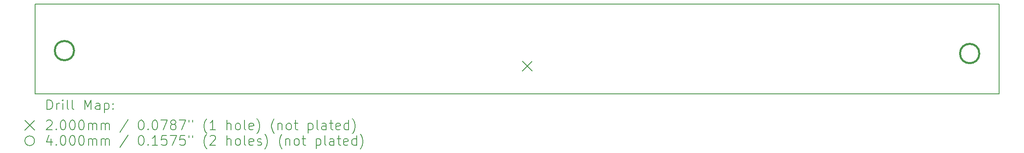
<source format=gbr>
%TF.GenerationSoftware,KiCad,Pcbnew,7.0.10*%
%TF.CreationDate,2024-03-05T14:44:36-05:00*%
%TF.ProjectId,Hall_effect_sensors,48616c6c-5f65-4666-9665-63745f73656e,rev?*%
%TF.SameCoordinates,Original*%
%TF.FileFunction,Drillmap*%
%TF.FilePolarity,Positive*%
%FSLAX45Y45*%
G04 Gerber Fmt 4.5, Leading zero omitted, Abs format (unit mm)*
G04 Created by KiCad (PCBNEW 7.0.10) date 2024-03-05 14:44:36*
%MOMM*%
%LPD*%
G01*
G04 APERTURE LIST*
%ADD10C,0.200000*%
%ADD11C,0.400000*%
G04 APERTURE END LIST*
D10*
X3980000Y-7560000D02*
X23982540Y-7560000D01*
X23982540Y-9431000D01*
X3980000Y-9431000D01*
X3980000Y-7560000D01*
X14093000Y-8753000D02*
X14293000Y-8953000D01*
X14293000Y-8753000D02*
X14093000Y-8953000D01*
D11*
X4790000Y-8530000D02*
G75*
G03*
X4390000Y-8530000I-200000J0D01*
G01*
X4390000Y-8530000D02*
G75*
G03*
X4790000Y-8530000I200000J0D01*
G01*
X23570000Y-8590000D02*
G75*
G03*
X23170000Y-8590000I-200000J0D01*
G01*
X23170000Y-8590000D02*
G75*
G03*
X23570000Y-8590000I200000J0D01*
G01*
D10*
X4230777Y-9752484D02*
X4230777Y-9552484D01*
X4230777Y-9552484D02*
X4278396Y-9552484D01*
X4278396Y-9552484D02*
X4306967Y-9562008D01*
X4306967Y-9562008D02*
X4326015Y-9581055D01*
X4326015Y-9581055D02*
X4335539Y-9600103D01*
X4335539Y-9600103D02*
X4345063Y-9638198D01*
X4345063Y-9638198D02*
X4345063Y-9666770D01*
X4345063Y-9666770D02*
X4335539Y-9704865D01*
X4335539Y-9704865D02*
X4326015Y-9723912D01*
X4326015Y-9723912D02*
X4306967Y-9742960D01*
X4306967Y-9742960D02*
X4278396Y-9752484D01*
X4278396Y-9752484D02*
X4230777Y-9752484D01*
X4430777Y-9752484D02*
X4430777Y-9619150D01*
X4430777Y-9657246D02*
X4440301Y-9638198D01*
X4440301Y-9638198D02*
X4449824Y-9628674D01*
X4449824Y-9628674D02*
X4468872Y-9619150D01*
X4468872Y-9619150D02*
X4487920Y-9619150D01*
X4554586Y-9752484D02*
X4554586Y-9619150D01*
X4554586Y-9552484D02*
X4545063Y-9562008D01*
X4545063Y-9562008D02*
X4554586Y-9571531D01*
X4554586Y-9571531D02*
X4564110Y-9562008D01*
X4564110Y-9562008D02*
X4554586Y-9552484D01*
X4554586Y-9552484D02*
X4554586Y-9571531D01*
X4678396Y-9752484D02*
X4659348Y-9742960D01*
X4659348Y-9742960D02*
X4649824Y-9723912D01*
X4649824Y-9723912D02*
X4649824Y-9552484D01*
X4783158Y-9752484D02*
X4764110Y-9742960D01*
X4764110Y-9742960D02*
X4754586Y-9723912D01*
X4754586Y-9723912D02*
X4754586Y-9552484D01*
X5011729Y-9752484D02*
X5011729Y-9552484D01*
X5011729Y-9552484D02*
X5078396Y-9695341D01*
X5078396Y-9695341D02*
X5145063Y-9552484D01*
X5145063Y-9552484D02*
X5145063Y-9752484D01*
X5326015Y-9752484D02*
X5326015Y-9647722D01*
X5326015Y-9647722D02*
X5316491Y-9628674D01*
X5316491Y-9628674D02*
X5297444Y-9619150D01*
X5297444Y-9619150D02*
X5259348Y-9619150D01*
X5259348Y-9619150D02*
X5240301Y-9628674D01*
X5326015Y-9742960D02*
X5306967Y-9752484D01*
X5306967Y-9752484D02*
X5259348Y-9752484D01*
X5259348Y-9752484D02*
X5240301Y-9742960D01*
X5240301Y-9742960D02*
X5230777Y-9723912D01*
X5230777Y-9723912D02*
X5230777Y-9704865D01*
X5230777Y-9704865D02*
X5240301Y-9685817D01*
X5240301Y-9685817D02*
X5259348Y-9676293D01*
X5259348Y-9676293D02*
X5306967Y-9676293D01*
X5306967Y-9676293D02*
X5326015Y-9666770D01*
X5421253Y-9619150D02*
X5421253Y-9819150D01*
X5421253Y-9628674D02*
X5440301Y-9619150D01*
X5440301Y-9619150D02*
X5478396Y-9619150D01*
X5478396Y-9619150D02*
X5497444Y-9628674D01*
X5497444Y-9628674D02*
X5506967Y-9638198D01*
X5506967Y-9638198D02*
X5516491Y-9657246D01*
X5516491Y-9657246D02*
X5516491Y-9714389D01*
X5516491Y-9714389D02*
X5506967Y-9733436D01*
X5506967Y-9733436D02*
X5497444Y-9742960D01*
X5497444Y-9742960D02*
X5478396Y-9752484D01*
X5478396Y-9752484D02*
X5440301Y-9752484D01*
X5440301Y-9752484D02*
X5421253Y-9742960D01*
X5602205Y-9733436D02*
X5611729Y-9742960D01*
X5611729Y-9742960D02*
X5602205Y-9752484D01*
X5602205Y-9752484D02*
X5592682Y-9742960D01*
X5592682Y-9742960D02*
X5602205Y-9733436D01*
X5602205Y-9733436D02*
X5602205Y-9752484D01*
X5602205Y-9628674D02*
X5611729Y-9638198D01*
X5611729Y-9638198D02*
X5602205Y-9647722D01*
X5602205Y-9647722D02*
X5592682Y-9638198D01*
X5592682Y-9638198D02*
X5602205Y-9628674D01*
X5602205Y-9628674D02*
X5602205Y-9647722D01*
X3770000Y-9981000D02*
X3970000Y-10181000D01*
X3970000Y-9981000D02*
X3770000Y-10181000D01*
X4221253Y-9991531D02*
X4230777Y-9982008D01*
X4230777Y-9982008D02*
X4249824Y-9972484D01*
X4249824Y-9972484D02*
X4297444Y-9972484D01*
X4297444Y-9972484D02*
X4316491Y-9982008D01*
X4316491Y-9982008D02*
X4326015Y-9991531D01*
X4326015Y-9991531D02*
X4335539Y-10010579D01*
X4335539Y-10010579D02*
X4335539Y-10029627D01*
X4335539Y-10029627D02*
X4326015Y-10058198D01*
X4326015Y-10058198D02*
X4211729Y-10172484D01*
X4211729Y-10172484D02*
X4335539Y-10172484D01*
X4421253Y-10153436D02*
X4430777Y-10162960D01*
X4430777Y-10162960D02*
X4421253Y-10172484D01*
X4421253Y-10172484D02*
X4411729Y-10162960D01*
X4411729Y-10162960D02*
X4421253Y-10153436D01*
X4421253Y-10153436D02*
X4421253Y-10172484D01*
X4554586Y-9972484D02*
X4573634Y-9972484D01*
X4573634Y-9972484D02*
X4592682Y-9982008D01*
X4592682Y-9982008D02*
X4602205Y-9991531D01*
X4602205Y-9991531D02*
X4611729Y-10010579D01*
X4611729Y-10010579D02*
X4621253Y-10048674D01*
X4621253Y-10048674D02*
X4621253Y-10096293D01*
X4621253Y-10096293D02*
X4611729Y-10134389D01*
X4611729Y-10134389D02*
X4602205Y-10153436D01*
X4602205Y-10153436D02*
X4592682Y-10162960D01*
X4592682Y-10162960D02*
X4573634Y-10172484D01*
X4573634Y-10172484D02*
X4554586Y-10172484D01*
X4554586Y-10172484D02*
X4535539Y-10162960D01*
X4535539Y-10162960D02*
X4526015Y-10153436D01*
X4526015Y-10153436D02*
X4516491Y-10134389D01*
X4516491Y-10134389D02*
X4506967Y-10096293D01*
X4506967Y-10096293D02*
X4506967Y-10048674D01*
X4506967Y-10048674D02*
X4516491Y-10010579D01*
X4516491Y-10010579D02*
X4526015Y-9991531D01*
X4526015Y-9991531D02*
X4535539Y-9982008D01*
X4535539Y-9982008D02*
X4554586Y-9972484D01*
X4745063Y-9972484D02*
X4764110Y-9972484D01*
X4764110Y-9972484D02*
X4783158Y-9982008D01*
X4783158Y-9982008D02*
X4792682Y-9991531D01*
X4792682Y-9991531D02*
X4802205Y-10010579D01*
X4802205Y-10010579D02*
X4811729Y-10048674D01*
X4811729Y-10048674D02*
X4811729Y-10096293D01*
X4811729Y-10096293D02*
X4802205Y-10134389D01*
X4802205Y-10134389D02*
X4792682Y-10153436D01*
X4792682Y-10153436D02*
X4783158Y-10162960D01*
X4783158Y-10162960D02*
X4764110Y-10172484D01*
X4764110Y-10172484D02*
X4745063Y-10172484D01*
X4745063Y-10172484D02*
X4726015Y-10162960D01*
X4726015Y-10162960D02*
X4716491Y-10153436D01*
X4716491Y-10153436D02*
X4706967Y-10134389D01*
X4706967Y-10134389D02*
X4697444Y-10096293D01*
X4697444Y-10096293D02*
X4697444Y-10048674D01*
X4697444Y-10048674D02*
X4706967Y-10010579D01*
X4706967Y-10010579D02*
X4716491Y-9991531D01*
X4716491Y-9991531D02*
X4726015Y-9982008D01*
X4726015Y-9982008D02*
X4745063Y-9972484D01*
X4935539Y-9972484D02*
X4954586Y-9972484D01*
X4954586Y-9972484D02*
X4973634Y-9982008D01*
X4973634Y-9982008D02*
X4983158Y-9991531D01*
X4983158Y-9991531D02*
X4992682Y-10010579D01*
X4992682Y-10010579D02*
X5002205Y-10048674D01*
X5002205Y-10048674D02*
X5002205Y-10096293D01*
X5002205Y-10096293D02*
X4992682Y-10134389D01*
X4992682Y-10134389D02*
X4983158Y-10153436D01*
X4983158Y-10153436D02*
X4973634Y-10162960D01*
X4973634Y-10162960D02*
X4954586Y-10172484D01*
X4954586Y-10172484D02*
X4935539Y-10172484D01*
X4935539Y-10172484D02*
X4916491Y-10162960D01*
X4916491Y-10162960D02*
X4906967Y-10153436D01*
X4906967Y-10153436D02*
X4897444Y-10134389D01*
X4897444Y-10134389D02*
X4887920Y-10096293D01*
X4887920Y-10096293D02*
X4887920Y-10048674D01*
X4887920Y-10048674D02*
X4897444Y-10010579D01*
X4897444Y-10010579D02*
X4906967Y-9991531D01*
X4906967Y-9991531D02*
X4916491Y-9982008D01*
X4916491Y-9982008D02*
X4935539Y-9972484D01*
X5087920Y-10172484D02*
X5087920Y-10039150D01*
X5087920Y-10058198D02*
X5097444Y-10048674D01*
X5097444Y-10048674D02*
X5116491Y-10039150D01*
X5116491Y-10039150D02*
X5145063Y-10039150D01*
X5145063Y-10039150D02*
X5164110Y-10048674D01*
X5164110Y-10048674D02*
X5173634Y-10067722D01*
X5173634Y-10067722D02*
X5173634Y-10172484D01*
X5173634Y-10067722D02*
X5183158Y-10048674D01*
X5183158Y-10048674D02*
X5202205Y-10039150D01*
X5202205Y-10039150D02*
X5230777Y-10039150D01*
X5230777Y-10039150D02*
X5249825Y-10048674D01*
X5249825Y-10048674D02*
X5259348Y-10067722D01*
X5259348Y-10067722D02*
X5259348Y-10172484D01*
X5354586Y-10172484D02*
X5354586Y-10039150D01*
X5354586Y-10058198D02*
X5364110Y-10048674D01*
X5364110Y-10048674D02*
X5383158Y-10039150D01*
X5383158Y-10039150D02*
X5411729Y-10039150D01*
X5411729Y-10039150D02*
X5430777Y-10048674D01*
X5430777Y-10048674D02*
X5440301Y-10067722D01*
X5440301Y-10067722D02*
X5440301Y-10172484D01*
X5440301Y-10067722D02*
X5449825Y-10048674D01*
X5449825Y-10048674D02*
X5468872Y-10039150D01*
X5468872Y-10039150D02*
X5497444Y-10039150D01*
X5497444Y-10039150D02*
X5516491Y-10048674D01*
X5516491Y-10048674D02*
X5526015Y-10067722D01*
X5526015Y-10067722D02*
X5526015Y-10172484D01*
X5916491Y-9962960D02*
X5745063Y-10220103D01*
X6173634Y-9972484D02*
X6192682Y-9972484D01*
X6192682Y-9972484D02*
X6211729Y-9982008D01*
X6211729Y-9982008D02*
X6221253Y-9991531D01*
X6221253Y-9991531D02*
X6230777Y-10010579D01*
X6230777Y-10010579D02*
X6240301Y-10048674D01*
X6240301Y-10048674D02*
X6240301Y-10096293D01*
X6240301Y-10096293D02*
X6230777Y-10134389D01*
X6230777Y-10134389D02*
X6221253Y-10153436D01*
X6221253Y-10153436D02*
X6211729Y-10162960D01*
X6211729Y-10162960D02*
X6192682Y-10172484D01*
X6192682Y-10172484D02*
X6173634Y-10172484D01*
X6173634Y-10172484D02*
X6154586Y-10162960D01*
X6154586Y-10162960D02*
X6145063Y-10153436D01*
X6145063Y-10153436D02*
X6135539Y-10134389D01*
X6135539Y-10134389D02*
X6126015Y-10096293D01*
X6126015Y-10096293D02*
X6126015Y-10048674D01*
X6126015Y-10048674D02*
X6135539Y-10010579D01*
X6135539Y-10010579D02*
X6145063Y-9991531D01*
X6145063Y-9991531D02*
X6154586Y-9982008D01*
X6154586Y-9982008D02*
X6173634Y-9972484D01*
X6326015Y-10153436D02*
X6335539Y-10162960D01*
X6335539Y-10162960D02*
X6326015Y-10172484D01*
X6326015Y-10172484D02*
X6316491Y-10162960D01*
X6316491Y-10162960D02*
X6326015Y-10153436D01*
X6326015Y-10153436D02*
X6326015Y-10172484D01*
X6459348Y-9972484D02*
X6478396Y-9972484D01*
X6478396Y-9972484D02*
X6497444Y-9982008D01*
X6497444Y-9982008D02*
X6506967Y-9991531D01*
X6506967Y-9991531D02*
X6516491Y-10010579D01*
X6516491Y-10010579D02*
X6526015Y-10048674D01*
X6526015Y-10048674D02*
X6526015Y-10096293D01*
X6526015Y-10096293D02*
X6516491Y-10134389D01*
X6516491Y-10134389D02*
X6506967Y-10153436D01*
X6506967Y-10153436D02*
X6497444Y-10162960D01*
X6497444Y-10162960D02*
X6478396Y-10172484D01*
X6478396Y-10172484D02*
X6459348Y-10172484D01*
X6459348Y-10172484D02*
X6440301Y-10162960D01*
X6440301Y-10162960D02*
X6430777Y-10153436D01*
X6430777Y-10153436D02*
X6421253Y-10134389D01*
X6421253Y-10134389D02*
X6411729Y-10096293D01*
X6411729Y-10096293D02*
X6411729Y-10048674D01*
X6411729Y-10048674D02*
X6421253Y-10010579D01*
X6421253Y-10010579D02*
X6430777Y-9991531D01*
X6430777Y-9991531D02*
X6440301Y-9982008D01*
X6440301Y-9982008D02*
X6459348Y-9972484D01*
X6592682Y-9972484D02*
X6726015Y-9972484D01*
X6726015Y-9972484D02*
X6640301Y-10172484D01*
X6830777Y-10058198D02*
X6811729Y-10048674D01*
X6811729Y-10048674D02*
X6802206Y-10039150D01*
X6802206Y-10039150D02*
X6792682Y-10020103D01*
X6792682Y-10020103D02*
X6792682Y-10010579D01*
X6792682Y-10010579D02*
X6802206Y-9991531D01*
X6802206Y-9991531D02*
X6811729Y-9982008D01*
X6811729Y-9982008D02*
X6830777Y-9972484D01*
X6830777Y-9972484D02*
X6868872Y-9972484D01*
X6868872Y-9972484D02*
X6887920Y-9982008D01*
X6887920Y-9982008D02*
X6897444Y-9991531D01*
X6897444Y-9991531D02*
X6906967Y-10010579D01*
X6906967Y-10010579D02*
X6906967Y-10020103D01*
X6906967Y-10020103D02*
X6897444Y-10039150D01*
X6897444Y-10039150D02*
X6887920Y-10048674D01*
X6887920Y-10048674D02*
X6868872Y-10058198D01*
X6868872Y-10058198D02*
X6830777Y-10058198D01*
X6830777Y-10058198D02*
X6811729Y-10067722D01*
X6811729Y-10067722D02*
X6802206Y-10077246D01*
X6802206Y-10077246D02*
X6792682Y-10096293D01*
X6792682Y-10096293D02*
X6792682Y-10134389D01*
X6792682Y-10134389D02*
X6802206Y-10153436D01*
X6802206Y-10153436D02*
X6811729Y-10162960D01*
X6811729Y-10162960D02*
X6830777Y-10172484D01*
X6830777Y-10172484D02*
X6868872Y-10172484D01*
X6868872Y-10172484D02*
X6887920Y-10162960D01*
X6887920Y-10162960D02*
X6897444Y-10153436D01*
X6897444Y-10153436D02*
X6906967Y-10134389D01*
X6906967Y-10134389D02*
X6906967Y-10096293D01*
X6906967Y-10096293D02*
X6897444Y-10077246D01*
X6897444Y-10077246D02*
X6887920Y-10067722D01*
X6887920Y-10067722D02*
X6868872Y-10058198D01*
X6973634Y-9972484D02*
X7106967Y-9972484D01*
X7106967Y-9972484D02*
X7021253Y-10172484D01*
X7173634Y-9972484D02*
X7173634Y-10010579D01*
X7249825Y-9972484D02*
X7249825Y-10010579D01*
X7545063Y-10248674D02*
X7535539Y-10239150D01*
X7535539Y-10239150D02*
X7516491Y-10210579D01*
X7516491Y-10210579D02*
X7506968Y-10191531D01*
X7506968Y-10191531D02*
X7497444Y-10162960D01*
X7497444Y-10162960D02*
X7487920Y-10115341D01*
X7487920Y-10115341D02*
X7487920Y-10077246D01*
X7487920Y-10077246D02*
X7497444Y-10029627D01*
X7497444Y-10029627D02*
X7506968Y-10001055D01*
X7506968Y-10001055D02*
X7516491Y-9982008D01*
X7516491Y-9982008D02*
X7535539Y-9953436D01*
X7535539Y-9953436D02*
X7545063Y-9943912D01*
X7726015Y-10172484D02*
X7611729Y-10172484D01*
X7668872Y-10172484D02*
X7668872Y-9972484D01*
X7668872Y-9972484D02*
X7649825Y-10001055D01*
X7649825Y-10001055D02*
X7630777Y-10020103D01*
X7630777Y-10020103D02*
X7611729Y-10029627D01*
X7964110Y-10172484D02*
X7964110Y-9972484D01*
X8049825Y-10172484D02*
X8049825Y-10067722D01*
X8049825Y-10067722D02*
X8040301Y-10048674D01*
X8040301Y-10048674D02*
X8021253Y-10039150D01*
X8021253Y-10039150D02*
X7992682Y-10039150D01*
X7992682Y-10039150D02*
X7973634Y-10048674D01*
X7973634Y-10048674D02*
X7964110Y-10058198D01*
X8173634Y-10172484D02*
X8154587Y-10162960D01*
X8154587Y-10162960D02*
X8145063Y-10153436D01*
X8145063Y-10153436D02*
X8135539Y-10134389D01*
X8135539Y-10134389D02*
X8135539Y-10077246D01*
X8135539Y-10077246D02*
X8145063Y-10058198D01*
X8145063Y-10058198D02*
X8154587Y-10048674D01*
X8154587Y-10048674D02*
X8173634Y-10039150D01*
X8173634Y-10039150D02*
X8202206Y-10039150D01*
X8202206Y-10039150D02*
X8221253Y-10048674D01*
X8221253Y-10048674D02*
X8230777Y-10058198D01*
X8230777Y-10058198D02*
X8240301Y-10077246D01*
X8240301Y-10077246D02*
X8240301Y-10134389D01*
X8240301Y-10134389D02*
X8230777Y-10153436D01*
X8230777Y-10153436D02*
X8221253Y-10162960D01*
X8221253Y-10162960D02*
X8202206Y-10172484D01*
X8202206Y-10172484D02*
X8173634Y-10172484D01*
X8354587Y-10172484D02*
X8335539Y-10162960D01*
X8335539Y-10162960D02*
X8326015Y-10143912D01*
X8326015Y-10143912D02*
X8326015Y-9972484D01*
X8506968Y-10162960D02*
X8487920Y-10172484D01*
X8487920Y-10172484D02*
X8449825Y-10172484D01*
X8449825Y-10172484D02*
X8430777Y-10162960D01*
X8430777Y-10162960D02*
X8421253Y-10143912D01*
X8421253Y-10143912D02*
X8421253Y-10067722D01*
X8421253Y-10067722D02*
X8430777Y-10048674D01*
X8430777Y-10048674D02*
X8449825Y-10039150D01*
X8449825Y-10039150D02*
X8487920Y-10039150D01*
X8487920Y-10039150D02*
X8506968Y-10048674D01*
X8506968Y-10048674D02*
X8516492Y-10067722D01*
X8516492Y-10067722D02*
X8516492Y-10086770D01*
X8516492Y-10086770D02*
X8421253Y-10105817D01*
X8583158Y-10248674D02*
X8592682Y-10239150D01*
X8592682Y-10239150D02*
X8611730Y-10210579D01*
X8611730Y-10210579D02*
X8621253Y-10191531D01*
X8621253Y-10191531D02*
X8630777Y-10162960D01*
X8630777Y-10162960D02*
X8640301Y-10115341D01*
X8640301Y-10115341D02*
X8640301Y-10077246D01*
X8640301Y-10077246D02*
X8630777Y-10029627D01*
X8630777Y-10029627D02*
X8621253Y-10001055D01*
X8621253Y-10001055D02*
X8611730Y-9982008D01*
X8611730Y-9982008D02*
X8592682Y-9953436D01*
X8592682Y-9953436D02*
X8583158Y-9943912D01*
X8945063Y-10248674D02*
X8935539Y-10239150D01*
X8935539Y-10239150D02*
X8916492Y-10210579D01*
X8916492Y-10210579D02*
X8906968Y-10191531D01*
X8906968Y-10191531D02*
X8897444Y-10162960D01*
X8897444Y-10162960D02*
X8887920Y-10115341D01*
X8887920Y-10115341D02*
X8887920Y-10077246D01*
X8887920Y-10077246D02*
X8897444Y-10029627D01*
X8897444Y-10029627D02*
X8906968Y-10001055D01*
X8906968Y-10001055D02*
X8916492Y-9982008D01*
X8916492Y-9982008D02*
X8935539Y-9953436D01*
X8935539Y-9953436D02*
X8945063Y-9943912D01*
X9021253Y-10039150D02*
X9021253Y-10172484D01*
X9021253Y-10058198D02*
X9030777Y-10048674D01*
X9030777Y-10048674D02*
X9049825Y-10039150D01*
X9049825Y-10039150D02*
X9078396Y-10039150D01*
X9078396Y-10039150D02*
X9097444Y-10048674D01*
X9097444Y-10048674D02*
X9106968Y-10067722D01*
X9106968Y-10067722D02*
X9106968Y-10172484D01*
X9230777Y-10172484D02*
X9211730Y-10162960D01*
X9211730Y-10162960D02*
X9202206Y-10153436D01*
X9202206Y-10153436D02*
X9192682Y-10134389D01*
X9192682Y-10134389D02*
X9192682Y-10077246D01*
X9192682Y-10077246D02*
X9202206Y-10058198D01*
X9202206Y-10058198D02*
X9211730Y-10048674D01*
X9211730Y-10048674D02*
X9230777Y-10039150D01*
X9230777Y-10039150D02*
X9259349Y-10039150D01*
X9259349Y-10039150D02*
X9278396Y-10048674D01*
X9278396Y-10048674D02*
X9287920Y-10058198D01*
X9287920Y-10058198D02*
X9297444Y-10077246D01*
X9297444Y-10077246D02*
X9297444Y-10134389D01*
X9297444Y-10134389D02*
X9287920Y-10153436D01*
X9287920Y-10153436D02*
X9278396Y-10162960D01*
X9278396Y-10162960D02*
X9259349Y-10172484D01*
X9259349Y-10172484D02*
X9230777Y-10172484D01*
X9354587Y-10039150D02*
X9430777Y-10039150D01*
X9383158Y-9972484D02*
X9383158Y-10143912D01*
X9383158Y-10143912D02*
X9392682Y-10162960D01*
X9392682Y-10162960D02*
X9411730Y-10172484D01*
X9411730Y-10172484D02*
X9430777Y-10172484D01*
X9649825Y-10039150D02*
X9649825Y-10239150D01*
X9649825Y-10048674D02*
X9668873Y-10039150D01*
X9668873Y-10039150D02*
X9706968Y-10039150D01*
X9706968Y-10039150D02*
X9726015Y-10048674D01*
X9726015Y-10048674D02*
X9735539Y-10058198D01*
X9735539Y-10058198D02*
X9745063Y-10077246D01*
X9745063Y-10077246D02*
X9745063Y-10134389D01*
X9745063Y-10134389D02*
X9735539Y-10153436D01*
X9735539Y-10153436D02*
X9726015Y-10162960D01*
X9726015Y-10162960D02*
X9706968Y-10172484D01*
X9706968Y-10172484D02*
X9668873Y-10172484D01*
X9668873Y-10172484D02*
X9649825Y-10162960D01*
X9859349Y-10172484D02*
X9840301Y-10162960D01*
X9840301Y-10162960D02*
X9830777Y-10143912D01*
X9830777Y-10143912D02*
X9830777Y-9972484D01*
X10021254Y-10172484D02*
X10021254Y-10067722D01*
X10021254Y-10067722D02*
X10011730Y-10048674D01*
X10011730Y-10048674D02*
X9992682Y-10039150D01*
X9992682Y-10039150D02*
X9954587Y-10039150D01*
X9954587Y-10039150D02*
X9935539Y-10048674D01*
X10021254Y-10162960D02*
X10002206Y-10172484D01*
X10002206Y-10172484D02*
X9954587Y-10172484D01*
X9954587Y-10172484D02*
X9935539Y-10162960D01*
X9935539Y-10162960D02*
X9926015Y-10143912D01*
X9926015Y-10143912D02*
X9926015Y-10124865D01*
X9926015Y-10124865D02*
X9935539Y-10105817D01*
X9935539Y-10105817D02*
X9954587Y-10096293D01*
X9954587Y-10096293D02*
X10002206Y-10096293D01*
X10002206Y-10096293D02*
X10021254Y-10086770D01*
X10087920Y-10039150D02*
X10164111Y-10039150D01*
X10116492Y-9972484D02*
X10116492Y-10143912D01*
X10116492Y-10143912D02*
X10126015Y-10162960D01*
X10126015Y-10162960D02*
X10145063Y-10172484D01*
X10145063Y-10172484D02*
X10164111Y-10172484D01*
X10306968Y-10162960D02*
X10287920Y-10172484D01*
X10287920Y-10172484D02*
X10249825Y-10172484D01*
X10249825Y-10172484D02*
X10230777Y-10162960D01*
X10230777Y-10162960D02*
X10221254Y-10143912D01*
X10221254Y-10143912D02*
X10221254Y-10067722D01*
X10221254Y-10067722D02*
X10230777Y-10048674D01*
X10230777Y-10048674D02*
X10249825Y-10039150D01*
X10249825Y-10039150D02*
X10287920Y-10039150D01*
X10287920Y-10039150D02*
X10306968Y-10048674D01*
X10306968Y-10048674D02*
X10316492Y-10067722D01*
X10316492Y-10067722D02*
X10316492Y-10086770D01*
X10316492Y-10086770D02*
X10221254Y-10105817D01*
X10487920Y-10172484D02*
X10487920Y-9972484D01*
X10487920Y-10162960D02*
X10468873Y-10172484D01*
X10468873Y-10172484D02*
X10430777Y-10172484D01*
X10430777Y-10172484D02*
X10411730Y-10162960D01*
X10411730Y-10162960D02*
X10402206Y-10153436D01*
X10402206Y-10153436D02*
X10392682Y-10134389D01*
X10392682Y-10134389D02*
X10392682Y-10077246D01*
X10392682Y-10077246D02*
X10402206Y-10058198D01*
X10402206Y-10058198D02*
X10411730Y-10048674D01*
X10411730Y-10048674D02*
X10430777Y-10039150D01*
X10430777Y-10039150D02*
X10468873Y-10039150D01*
X10468873Y-10039150D02*
X10487920Y-10048674D01*
X10564111Y-10248674D02*
X10573635Y-10239150D01*
X10573635Y-10239150D02*
X10592682Y-10210579D01*
X10592682Y-10210579D02*
X10602206Y-10191531D01*
X10602206Y-10191531D02*
X10611730Y-10162960D01*
X10611730Y-10162960D02*
X10621254Y-10115341D01*
X10621254Y-10115341D02*
X10621254Y-10077246D01*
X10621254Y-10077246D02*
X10611730Y-10029627D01*
X10611730Y-10029627D02*
X10602206Y-10001055D01*
X10602206Y-10001055D02*
X10592682Y-9982008D01*
X10592682Y-9982008D02*
X10573635Y-9953436D01*
X10573635Y-9953436D02*
X10564111Y-9943912D01*
X3970000Y-10401000D02*
G75*
G03*
X3770000Y-10401000I-100000J0D01*
G01*
X3770000Y-10401000D02*
G75*
G03*
X3970000Y-10401000I100000J0D01*
G01*
X4316491Y-10359150D02*
X4316491Y-10492484D01*
X4268872Y-10282960D02*
X4221253Y-10425817D01*
X4221253Y-10425817D02*
X4345063Y-10425817D01*
X4421253Y-10473436D02*
X4430777Y-10482960D01*
X4430777Y-10482960D02*
X4421253Y-10492484D01*
X4421253Y-10492484D02*
X4411729Y-10482960D01*
X4411729Y-10482960D02*
X4421253Y-10473436D01*
X4421253Y-10473436D02*
X4421253Y-10492484D01*
X4554586Y-10292484D02*
X4573634Y-10292484D01*
X4573634Y-10292484D02*
X4592682Y-10302008D01*
X4592682Y-10302008D02*
X4602205Y-10311531D01*
X4602205Y-10311531D02*
X4611729Y-10330579D01*
X4611729Y-10330579D02*
X4621253Y-10368674D01*
X4621253Y-10368674D02*
X4621253Y-10416293D01*
X4621253Y-10416293D02*
X4611729Y-10454389D01*
X4611729Y-10454389D02*
X4602205Y-10473436D01*
X4602205Y-10473436D02*
X4592682Y-10482960D01*
X4592682Y-10482960D02*
X4573634Y-10492484D01*
X4573634Y-10492484D02*
X4554586Y-10492484D01*
X4554586Y-10492484D02*
X4535539Y-10482960D01*
X4535539Y-10482960D02*
X4526015Y-10473436D01*
X4526015Y-10473436D02*
X4516491Y-10454389D01*
X4516491Y-10454389D02*
X4506967Y-10416293D01*
X4506967Y-10416293D02*
X4506967Y-10368674D01*
X4506967Y-10368674D02*
X4516491Y-10330579D01*
X4516491Y-10330579D02*
X4526015Y-10311531D01*
X4526015Y-10311531D02*
X4535539Y-10302008D01*
X4535539Y-10302008D02*
X4554586Y-10292484D01*
X4745063Y-10292484D02*
X4764110Y-10292484D01*
X4764110Y-10292484D02*
X4783158Y-10302008D01*
X4783158Y-10302008D02*
X4792682Y-10311531D01*
X4792682Y-10311531D02*
X4802205Y-10330579D01*
X4802205Y-10330579D02*
X4811729Y-10368674D01*
X4811729Y-10368674D02*
X4811729Y-10416293D01*
X4811729Y-10416293D02*
X4802205Y-10454389D01*
X4802205Y-10454389D02*
X4792682Y-10473436D01*
X4792682Y-10473436D02*
X4783158Y-10482960D01*
X4783158Y-10482960D02*
X4764110Y-10492484D01*
X4764110Y-10492484D02*
X4745063Y-10492484D01*
X4745063Y-10492484D02*
X4726015Y-10482960D01*
X4726015Y-10482960D02*
X4716491Y-10473436D01*
X4716491Y-10473436D02*
X4706967Y-10454389D01*
X4706967Y-10454389D02*
X4697444Y-10416293D01*
X4697444Y-10416293D02*
X4697444Y-10368674D01*
X4697444Y-10368674D02*
X4706967Y-10330579D01*
X4706967Y-10330579D02*
X4716491Y-10311531D01*
X4716491Y-10311531D02*
X4726015Y-10302008D01*
X4726015Y-10302008D02*
X4745063Y-10292484D01*
X4935539Y-10292484D02*
X4954586Y-10292484D01*
X4954586Y-10292484D02*
X4973634Y-10302008D01*
X4973634Y-10302008D02*
X4983158Y-10311531D01*
X4983158Y-10311531D02*
X4992682Y-10330579D01*
X4992682Y-10330579D02*
X5002205Y-10368674D01*
X5002205Y-10368674D02*
X5002205Y-10416293D01*
X5002205Y-10416293D02*
X4992682Y-10454389D01*
X4992682Y-10454389D02*
X4983158Y-10473436D01*
X4983158Y-10473436D02*
X4973634Y-10482960D01*
X4973634Y-10482960D02*
X4954586Y-10492484D01*
X4954586Y-10492484D02*
X4935539Y-10492484D01*
X4935539Y-10492484D02*
X4916491Y-10482960D01*
X4916491Y-10482960D02*
X4906967Y-10473436D01*
X4906967Y-10473436D02*
X4897444Y-10454389D01*
X4897444Y-10454389D02*
X4887920Y-10416293D01*
X4887920Y-10416293D02*
X4887920Y-10368674D01*
X4887920Y-10368674D02*
X4897444Y-10330579D01*
X4897444Y-10330579D02*
X4906967Y-10311531D01*
X4906967Y-10311531D02*
X4916491Y-10302008D01*
X4916491Y-10302008D02*
X4935539Y-10292484D01*
X5087920Y-10492484D02*
X5087920Y-10359150D01*
X5087920Y-10378198D02*
X5097444Y-10368674D01*
X5097444Y-10368674D02*
X5116491Y-10359150D01*
X5116491Y-10359150D02*
X5145063Y-10359150D01*
X5145063Y-10359150D02*
X5164110Y-10368674D01*
X5164110Y-10368674D02*
X5173634Y-10387722D01*
X5173634Y-10387722D02*
X5173634Y-10492484D01*
X5173634Y-10387722D02*
X5183158Y-10368674D01*
X5183158Y-10368674D02*
X5202205Y-10359150D01*
X5202205Y-10359150D02*
X5230777Y-10359150D01*
X5230777Y-10359150D02*
X5249825Y-10368674D01*
X5249825Y-10368674D02*
X5259348Y-10387722D01*
X5259348Y-10387722D02*
X5259348Y-10492484D01*
X5354586Y-10492484D02*
X5354586Y-10359150D01*
X5354586Y-10378198D02*
X5364110Y-10368674D01*
X5364110Y-10368674D02*
X5383158Y-10359150D01*
X5383158Y-10359150D02*
X5411729Y-10359150D01*
X5411729Y-10359150D02*
X5430777Y-10368674D01*
X5430777Y-10368674D02*
X5440301Y-10387722D01*
X5440301Y-10387722D02*
X5440301Y-10492484D01*
X5440301Y-10387722D02*
X5449825Y-10368674D01*
X5449825Y-10368674D02*
X5468872Y-10359150D01*
X5468872Y-10359150D02*
X5497444Y-10359150D01*
X5497444Y-10359150D02*
X5516491Y-10368674D01*
X5516491Y-10368674D02*
X5526015Y-10387722D01*
X5526015Y-10387722D02*
X5526015Y-10492484D01*
X5916491Y-10282960D02*
X5745063Y-10540103D01*
X6173634Y-10292484D02*
X6192682Y-10292484D01*
X6192682Y-10292484D02*
X6211729Y-10302008D01*
X6211729Y-10302008D02*
X6221253Y-10311531D01*
X6221253Y-10311531D02*
X6230777Y-10330579D01*
X6230777Y-10330579D02*
X6240301Y-10368674D01*
X6240301Y-10368674D02*
X6240301Y-10416293D01*
X6240301Y-10416293D02*
X6230777Y-10454389D01*
X6230777Y-10454389D02*
X6221253Y-10473436D01*
X6221253Y-10473436D02*
X6211729Y-10482960D01*
X6211729Y-10482960D02*
X6192682Y-10492484D01*
X6192682Y-10492484D02*
X6173634Y-10492484D01*
X6173634Y-10492484D02*
X6154586Y-10482960D01*
X6154586Y-10482960D02*
X6145063Y-10473436D01*
X6145063Y-10473436D02*
X6135539Y-10454389D01*
X6135539Y-10454389D02*
X6126015Y-10416293D01*
X6126015Y-10416293D02*
X6126015Y-10368674D01*
X6126015Y-10368674D02*
X6135539Y-10330579D01*
X6135539Y-10330579D02*
X6145063Y-10311531D01*
X6145063Y-10311531D02*
X6154586Y-10302008D01*
X6154586Y-10302008D02*
X6173634Y-10292484D01*
X6326015Y-10473436D02*
X6335539Y-10482960D01*
X6335539Y-10482960D02*
X6326015Y-10492484D01*
X6326015Y-10492484D02*
X6316491Y-10482960D01*
X6316491Y-10482960D02*
X6326015Y-10473436D01*
X6326015Y-10473436D02*
X6326015Y-10492484D01*
X6526015Y-10492484D02*
X6411729Y-10492484D01*
X6468872Y-10492484D02*
X6468872Y-10292484D01*
X6468872Y-10292484D02*
X6449825Y-10321055D01*
X6449825Y-10321055D02*
X6430777Y-10340103D01*
X6430777Y-10340103D02*
X6411729Y-10349627D01*
X6706967Y-10292484D02*
X6611729Y-10292484D01*
X6611729Y-10292484D02*
X6602206Y-10387722D01*
X6602206Y-10387722D02*
X6611729Y-10378198D01*
X6611729Y-10378198D02*
X6630777Y-10368674D01*
X6630777Y-10368674D02*
X6678396Y-10368674D01*
X6678396Y-10368674D02*
X6697444Y-10378198D01*
X6697444Y-10378198D02*
X6706967Y-10387722D01*
X6706967Y-10387722D02*
X6716491Y-10406770D01*
X6716491Y-10406770D02*
X6716491Y-10454389D01*
X6716491Y-10454389D02*
X6706967Y-10473436D01*
X6706967Y-10473436D02*
X6697444Y-10482960D01*
X6697444Y-10482960D02*
X6678396Y-10492484D01*
X6678396Y-10492484D02*
X6630777Y-10492484D01*
X6630777Y-10492484D02*
X6611729Y-10482960D01*
X6611729Y-10482960D02*
X6602206Y-10473436D01*
X6783158Y-10292484D02*
X6916491Y-10292484D01*
X6916491Y-10292484D02*
X6830777Y-10492484D01*
X7087920Y-10292484D02*
X6992682Y-10292484D01*
X6992682Y-10292484D02*
X6983158Y-10387722D01*
X6983158Y-10387722D02*
X6992682Y-10378198D01*
X6992682Y-10378198D02*
X7011729Y-10368674D01*
X7011729Y-10368674D02*
X7059348Y-10368674D01*
X7059348Y-10368674D02*
X7078396Y-10378198D01*
X7078396Y-10378198D02*
X7087920Y-10387722D01*
X7087920Y-10387722D02*
X7097444Y-10406770D01*
X7097444Y-10406770D02*
X7097444Y-10454389D01*
X7097444Y-10454389D02*
X7087920Y-10473436D01*
X7087920Y-10473436D02*
X7078396Y-10482960D01*
X7078396Y-10482960D02*
X7059348Y-10492484D01*
X7059348Y-10492484D02*
X7011729Y-10492484D01*
X7011729Y-10492484D02*
X6992682Y-10482960D01*
X6992682Y-10482960D02*
X6983158Y-10473436D01*
X7173634Y-10292484D02*
X7173634Y-10330579D01*
X7249825Y-10292484D02*
X7249825Y-10330579D01*
X7545063Y-10568674D02*
X7535539Y-10559150D01*
X7535539Y-10559150D02*
X7516491Y-10530579D01*
X7516491Y-10530579D02*
X7506968Y-10511531D01*
X7506968Y-10511531D02*
X7497444Y-10482960D01*
X7497444Y-10482960D02*
X7487920Y-10435341D01*
X7487920Y-10435341D02*
X7487920Y-10397246D01*
X7487920Y-10397246D02*
X7497444Y-10349627D01*
X7497444Y-10349627D02*
X7506968Y-10321055D01*
X7506968Y-10321055D02*
X7516491Y-10302008D01*
X7516491Y-10302008D02*
X7535539Y-10273436D01*
X7535539Y-10273436D02*
X7545063Y-10263912D01*
X7611729Y-10311531D02*
X7621253Y-10302008D01*
X7621253Y-10302008D02*
X7640301Y-10292484D01*
X7640301Y-10292484D02*
X7687920Y-10292484D01*
X7687920Y-10292484D02*
X7706968Y-10302008D01*
X7706968Y-10302008D02*
X7716491Y-10311531D01*
X7716491Y-10311531D02*
X7726015Y-10330579D01*
X7726015Y-10330579D02*
X7726015Y-10349627D01*
X7726015Y-10349627D02*
X7716491Y-10378198D01*
X7716491Y-10378198D02*
X7602206Y-10492484D01*
X7602206Y-10492484D02*
X7726015Y-10492484D01*
X7964110Y-10492484D02*
X7964110Y-10292484D01*
X8049825Y-10492484D02*
X8049825Y-10387722D01*
X8049825Y-10387722D02*
X8040301Y-10368674D01*
X8040301Y-10368674D02*
X8021253Y-10359150D01*
X8021253Y-10359150D02*
X7992682Y-10359150D01*
X7992682Y-10359150D02*
X7973634Y-10368674D01*
X7973634Y-10368674D02*
X7964110Y-10378198D01*
X8173634Y-10492484D02*
X8154587Y-10482960D01*
X8154587Y-10482960D02*
X8145063Y-10473436D01*
X8145063Y-10473436D02*
X8135539Y-10454389D01*
X8135539Y-10454389D02*
X8135539Y-10397246D01*
X8135539Y-10397246D02*
X8145063Y-10378198D01*
X8145063Y-10378198D02*
X8154587Y-10368674D01*
X8154587Y-10368674D02*
X8173634Y-10359150D01*
X8173634Y-10359150D02*
X8202206Y-10359150D01*
X8202206Y-10359150D02*
X8221253Y-10368674D01*
X8221253Y-10368674D02*
X8230777Y-10378198D01*
X8230777Y-10378198D02*
X8240301Y-10397246D01*
X8240301Y-10397246D02*
X8240301Y-10454389D01*
X8240301Y-10454389D02*
X8230777Y-10473436D01*
X8230777Y-10473436D02*
X8221253Y-10482960D01*
X8221253Y-10482960D02*
X8202206Y-10492484D01*
X8202206Y-10492484D02*
X8173634Y-10492484D01*
X8354587Y-10492484D02*
X8335539Y-10482960D01*
X8335539Y-10482960D02*
X8326015Y-10463912D01*
X8326015Y-10463912D02*
X8326015Y-10292484D01*
X8506968Y-10482960D02*
X8487920Y-10492484D01*
X8487920Y-10492484D02*
X8449825Y-10492484D01*
X8449825Y-10492484D02*
X8430777Y-10482960D01*
X8430777Y-10482960D02*
X8421253Y-10463912D01*
X8421253Y-10463912D02*
X8421253Y-10387722D01*
X8421253Y-10387722D02*
X8430777Y-10368674D01*
X8430777Y-10368674D02*
X8449825Y-10359150D01*
X8449825Y-10359150D02*
X8487920Y-10359150D01*
X8487920Y-10359150D02*
X8506968Y-10368674D01*
X8506968Y-10368674D02*
X8516492Y-10387722D01*
X8516492Y-10387722D02*
X8516492Y-10406770D01*
X8516492Y-10406770D02*
X8421253Y-10425817D01*
X8592682Y-10482960D02*
X8611730Y-10492484D01*
X8611730Y-10492484D02*
X8649825Y-10492484D01*
X8649825Y-10492484D02*
X8668873Y-10482960D01*
X8668873Y-10482960D02*
X8678396Y-10463912D01*
X8678396Y-10463912D02*
X8678396Y-10454389D01*
X8678396Y-10454389D02*
X8668873Y-10435341D01*
X8668873Y-10435341D02*
X8649825Y-10425817D01*
X8649825Y-10425817D02*
X8621253Y-10425817D01*
X8621253Y-10425817D02*
X8602206Y-10416293D01*
X8602206Y-10416293D02*
X8592682Y-10397246D01*
X8592682Y-10397246D02*
X8592682Y-10387722D01*
X8592682Y-10387722D02*
X8602206Y-10368674D01*
X8602206Y-10368674D02*
X8621253Y-10359150D01*
X8621253Y-10359150D02*
X8649825Y-10359150D01*
X8649825Y-10359150D02*
X8668873Y-10368674D01*
X8745063Y-10568674D02*
X8754587Y-10559150D01*
X8754587Y-10559150D02*
X8773634Y-10530579D01*
X8773634Y-10530579D02*
X8783158Y-10511531D01*
X8783158Y-10511531D02*
X8792682Y-10482960D01*
X8792682Y-10482960D02*
X8802206Y-10435341D01*
X8802206Y-10435341D02*
X8802206Y-10397246D01*
X8802206Y-10397246D02*
X8792682Y-10349627D01*
X8792682Y-10349627D02*
X8783158Y-10321055D01*
X8783158Y-10321055D02*
X8773634Y-10302008D01*
X8773634Y-10302008D02*
X8754587Y-10273436D01*
X8754587Y-10273436D02*
X8745063Y-10263912D01*
X9106968Y-10568674D02*
X9097444Y-10559150D01*
X9097444Y-10559150D02*
X9078396Y-10530579D01*
X9078396Y-10530579D02*
X9068873Y-10511531D01*
X9068873Y-10511531D02*
X9059349Y-10482960D01*
X9059349Y-10482960D02*
X9049825Y-10435341D01*
X9049825Y-10435341D02*
X9049825Y-10397246D01*
X9049825Y-10397246D02*
X9059349Y-10349627D01*
X9059349Y-10349627D02*
X9068873Y-10321055D01*
X9068873Y-10321055D02*
X9078396Y-10302008D01*
X9078396Y-10302008D02*
X9097444Y-10273436D01*
X9097444Y-10273436D02*
X9106968Y-10263912D01*
X9183158Y-10359150D02*
X9183158Y-10492484D01*
X9183158Y-10378198D02*
X9192682Y-10368674D01*
X9192682Y-10368674D02*
X9211730Y-10359150D01*
X9211730Y-10359150D02*
X9240301Y-10359150D01*
X9240301Y-10359150D02*
X9259349Y-10368674D01*
X9259349Y-10368674D02*
X9268873Y-10387722D01*
X9268873Y-10387722D02*
X9268873Y-10492484D01*
X9392682Y-10492484D02*
X9373634Y-10482960D01*
X9373634Y-10482960D02*
X9364111Y-10473436D01*
X9364111Y-10473436D02*
X9354587Y-10454389D01*
X9354587Y-10454389D02*
X9354587Y-10397246D01*
X9354587Y-10397246D02*
X9364111Y-10378198D01*
X9364111Y-10378198D02*
X9373634Y-10368674D01*
X9373634Y-10368674D02*
X9392682Y-10359150D01*
X9392682Y-10359150D02*
X9421254Y-10359150D01*
X9421254Y-10359150D02*
X9440301Y-10368674D01*
X9440301Y-10368674D02*
X9449825Y-10378198D01*
X9449825Y-10378198D02*
X9459349Y-10397246D01*
X9459349Y-10397246D02*
X9459349Y-10454389D01*
X9459349Y-10454389D02*
X9449825Y-10473436D01*
X9449825Y-10473436D02*
X9440301Y-10482960D01*
X9440301Y-10482960D02*
X9421254Y-10492484D01*
X9421254Y-10492484D02*
X9392682Y-10492484D01*
X9516492Y-10359150D02*
X9592682Y-10359150D01*
X9545063Y-10292484D02*
X9545063Y-10463912D01*
X9545063Y-10463912D02*
X9554587Y-10482960D01*
X9554587Y-10482960D02*
X9573634Y-10492484D01*
X9573634Y-10492484D02*
X9592682Y-10492484D01*
X9811730Y-10359150D02*
X9811730Y-10559150D01*
X9811730Y-10368674D02*
X9830777Y-10359150D01*
X9830777Y-10359150D02*
X9868873Y-10359150D01*
X9868873Y-10359150D02*
X9887920Y-10368674D01*
X9887920Y-10368674D02*
X9897444Y-10378198D01*
X9897444Y-10378198D02*
X9906968Y-10397246D01*
X9906968Y-10397246D02*
X9906968Y-10454389D01*
X9906968Y-10454389D02*
X9897444Y-10473436D01*
X9897444Y-10473436D02*
X9887920Y-10482960D01*
X9887920Y-10482960D02*
X9868873Y-10492484D01*
X9868873Y-10492484D02*
X9830777Y-10492484D01*
X9830777Y-10492484D02*
X9811730Y-10482960D01*
X10021254Y-10492484D02*
X10002206Y-10482960D01*
X10002206Y-10482960D02*
X9992682Y-10463912D01*
X9992682Y-10463912D02*
X9992682Y-10292484D01*
X10183158Y-10492484D02*
X10183158Y-10387722D01*
X10183158Y-10387722D02*
X10173635Y-10368674D01*
X10173635Y-10368674D02*
X10154587Y-10359150D01*
X10154587Y-10359150D02*
X10116492Y-10359150D01*
X10116492Y-10359150D02*
X10097444Y-10368674D01*
X10183158Y-10482960D02*
X10164111Y-10492484D01*
X10164111Y-10492484D02*
X10116492Y-10492484D01*
X10116492Y-10492484D02*
X10097444Y-10482960D01*
X10097444Y-10482960D02*
X10087920Y-10463912D01*
X10087920Y-10463912D02*
X10087920Y-10444865D01*
X10087920Y-10444865D02*
X10097444Y-10425817D01*
X10097444Y-10425817D02*
X10116492Y-10416293D01*
X10116492Y-10416293D02*
X10164111Y-10416293D01*
X10164111Y-10416293D02*
X10183158Y-10406770D01*
X10249825Y-10359150D02*
X10326015Y-10359150D01*
X10278396Y-10292484D02*
X10278396Y-10463912D01*
X10278396Y-10463912D02*
X10287920Y-10482960D01*
X10287920Y-10482960D02*
X10306968Y-10492484D01*
X10306968Y-10492484D02*
X10326015Y-10492484D01*
X10468873Y-10482960D02*
X10449825Y-10492484D01*
X10449825Y-10492484D02*
X10411730Y-10492484D01*
X10411730Y-10492484D02*
X10392682Y-10482960D01*
X10392682Y-10482960D02*
X10383158Y-10463912D01*
X10383158Y-10463912D02*
X10383158Y-10387722D01*
X10383158Y-10387722D02*
X10392682Y-10368674D01*
X10392682Y-10368674D02*
X10411730Y-10359150D01*
X10411730Y-10359150D02*
X10449825Y-10359150D01*
X10449825Y-10359150D02*
X10468873Y-10368674D01*
X10468873Y-10368674D02*
X10478396Y-10387722D01*
X10478396Y-10387722D02*
X10478396Y-10406770D01*
X10478396Y-10406770D02*
X10383158Y-10425817D01*
X10649825Y-10492484D02*
X10649825Y-10292484D01*
X10649825Y-10482960D02*
X10630777Y-10492484D01*
X10630777Y-10492484D02*
X10592682Y-10492484D01*
X10592682Y-10492484D02*
X10573635Y-10482960D01*
X10573635Y-10482960D02*
X10564111Y-10473436D01*
X10564111Y-10473436D02*
X10554587Y-10454389D01*
X10554587Y-10454389D02*
X10554587Y-10397246D01*
X10554587Y-10397246D02*
X10564111Y-10378198D01*
X10564111Y-10378198D02*
X10573635Y-10368674D01*
X10573635Y-10368674D02*
X10592682Y-10359150D01*
X10592682Y-10359150D02*
X10630777Y-10359150D01*
X10630777Y-10359150D02*
X10649825Y-10368674D01*
X10726016Y-10568674D02*
X10735539Y-10559150D01*
X10735539Y-10559150D02*
X10754587Y-10530579D01*
X10754587Y-10530579D02*
X10764111Y-10511531D01*
X10764111Y-10511531D02*
X10773635Y-10482960D01*
X10773635Y-10482960D02*
X10783158Y-10435341D01*
X10783158Y-10435341D02*
X10783158Y-10397246D01*
X10783158Y-10397246D02*
X10773635Y-10349627D01*
X10773635Y-10349627D02*
X10764111Y-10321055D01*
X10764111Y-10321055D02*
X10754587Y-10302008D01*
X10754587Y-10302008D02*
X10735539Y-10273436D01*
X10735539Y-10273436D02*
X10726016Y-10263912D01*
M02*

</source>
